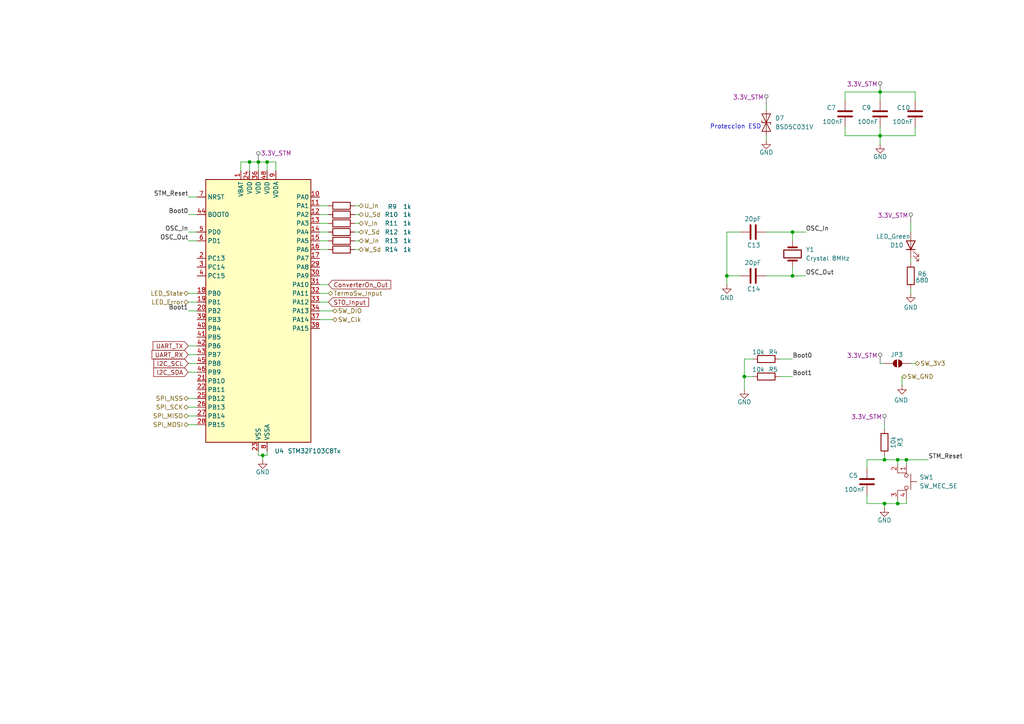
<source format=kicad_sch>
(kicad_sch (version 20250114) (generator "eeschema") (generator_version "9.0")
  (paper "A4")
  (lib_symbols
    (symbol "Device:C" (pin_numbers (hide yes)) (pin_names (offset 0.254))
      (property "Reference" "C" (at 0.635 2.54 0))
      (property "Value" "C" (at 0.635 -2.54 0))
      (symbol "C_0_1"
        (polyline (pts (xy -2.032 0.762) (xy 2.032 0.762)) (stroke (width 0.508)))
        (polyline (pts (xy -2.032 -0.762) (xy 2.032 -0.762)) (stroke (width 0.508)))
      )
      (symbol "C_1_1"
        (pin passive line (at 0 3.81 270) (length 2.794) (name "~") (number "1"))
        (pin passive line (at 0 -3.81 90) (length 2.794) (name "~") (number "2"))
      )
    )
    (symbol "Device:Crystal" (pin_numbers (hide yes)) (pin_names (offset 1.016) (hide yes))
      (property "Reference" "Y" (at 0 3.81 0))
      (property "Value" "Crystal" (at 0 -3.81 0))
      (symbol "Crystal_0_1"
        (polyline (pts (xy -2.54 0) (xy -1.905 0)))
        (polyline (pts (xy -1.905 -1.27) (xy -1.905 1.27)) (stroke (width 0.508)))
        (rectangle (start -1.143 2.54) (end 1.143 -2.54) (stroke (width 0.3048)))
        (polyline (pts (xy 1.905 -1.27) (xy 1.905 1.27)) (stroke (width 0.508)))
        (polyline (pts (xy 2.54 0) (xy 1.905 0)))
      )
      (symbol "Crystal_1_1"
        (pin passive line (at -3.81 0 0) (length 1.27) (name "1") (number "1"))
        (pin passive line (at 3.81 0 180) (length 1.27) (name "2") (number "2"))
      )
    )
    (symbol "Device:LED" (pin_numbers (hide yes)) (pin_names (offset 1.016) (hide yes))
      (property "Reference" "D" (at 0 2.54 0))
      (property "Value" "LED" (at 0 -2.54 0))
      (symbol "LED_0_1"
        (polyline (pts (xy -3.048 -0.762) (xy -4.572 -2.286) (xy -3.81 -2.286) (xy -4.572 -2.286) (xy -4.572 -1.524)))
        (polyline (pts (xy -1.778 -0.762) (xy -3.302 -2.286) (xy -2.54 -2.286) (xy -3.302 -2.286) (xy -3.302 -1.524)))
        (polyline (pts (xy -1.27 0) (xy 1.27 0)))
        (polyline (pts (xy -1.27 -1.27) (xy -1.27 1.27)) (stroke (width 0.254)))
        (polyline (pts (xy 1.27 -1.27) (xy 1.27 1.27) (xy -1.27 0) (xy 1.27 -1.27)) (stroke (width 0.254)))
      )
      (symbol "LED_1_1"
        (pin passive line (at -3.81 0 0) (length 2.54) (name "K") (number "1"))
        (pin passive line (at 3.81 0 180) (length 2.54) (name "A") (number "2"))
      )
    )
    (symbol "Device:R" (pin_numbers (hide yes)) (pin_names (offset 0))
      (property "Reference" "R" (at 2.032 0 90))
      (property "Value" "R" (at 0 0 90))
      (symbol "R_0_1"
        (rectangle (start -1.016 -2.54) (end 1.016 2.54) (stroke (width 0.254)))
      )
      (symbol "R_1_1"
        (pin passive line (at 0 3.81 270) (length 1.27) (name "~") (number "1"))
        (pin passive line (at 0 -3.81 90) (length 1.27) (name "~") (number "2"))
      )
    )
    (symbol "Diode:SZESD9B5.0ST5G" (pin_numbers (hide yes)) (pin_names (offset 1.016) (hide yes))
      (property "Reference" "D" (at 0 2.54 0))
      (property "Value" "SZESD9B5.0ST5G" (at 0 -2.54 0))
      (symbol "SZESD9B5.0ST5G_0_1"
        (polyline (pts (xy -2.54 -1.27) (xy 0 0) (xy -2.54 1.27) (xy -2.54 -1.27)) (stroke (width 0.2032)))
        (polyline (pts (xy 0.508 1.27) (xy 0 1.27) (xy 0 -1.27) (xy -0.508 -1.27)) (stroke (width 0.2032)))
        (polyline (pts (xy 1.27 0) (xy -1.27 0)))
        (polyline (pts (xy 2.54 1.27) (xy 2.54 -1.27) (xy 0 0) (xy 2.54 1.27)) (stroke (width 0.2032)))
      )
      (symbol "SZESD9B5.0ST5G_1_1"
        (pin passive line (at -3.81 0 0) (length 2.54) (name "A1") (number "1"))
        (pin passive line (at 3.81 0 180) (length 2.54) (name "A2") (number "2"))
      )
    )
    (symbol "Jumper:SolderJumper_2_Open" (pin_numbers (hide yes)) (pin_names (offset 0) (hide yes)) (in_bom no)
      (property "Reference" "JP" (at 0 2.032 0))
      (property "Value" "SolderJumper_2_Open" (at 0 -2.54 0))
      (symbol "SolderJumper_2_Open_0_1"
        (polyline (pts (xy -0.254 1.016) (xy -0.254 -1.016)))
        (arc (start -0.254 -1.016) (mid -1.2656 0) (end -0.254 1.016))
        (arc (start -0.254 -1.016) (mid -1.2656 0) (end -0.254 1.016) (fill (type outline)))
        (arc (start 0.254 1.016) (mid 1.2656 0) (end 0.254 -1.016))
        (arc (start 0.254 1.016) (mid 1.2656 0) (end 0.254 -1.016) (fill (type outline)))
        (polyline (pts (xy 0.254 1.016) (xy 0.254 -1.016)))
      )
      (symbol "SolderJumper_2_Open_1_1"
        (pin passive line (at -3.81 0 0) (length 2.54) (name "A") (number "1"))
        (pin passive line (at 3.81 0 180) (length 2.54) (name "B") (number "2"))
      )
    )
    (symbol "MCU_ST_STM32F1:STM32F103C8Tx"
      (property "Reference" "U" (at -15.24 39.37 0))
      (property "Value" "STM32F103C8Tx" (at 7.62 39.37 0))
      (symbol "STM32F103C8Tx_0_1"
        (rectangle (start -15.24 -38.1) (end 15.24 38.1) (stroke (width 0.254)) (fill (type background)))
      )
      (symbol "STM32F103C8Tx_1_1"
        (pin input line (at -17.78 33.02 0) (length 2.54) (name "NRST") (number "7"))
        (pin input line (at -17.78 27.94 0) (length 2.54) (name "BOOT0") (number "44"))
        (pin bidirectional line (at -17.78 22.86 0) (length 2.54) (name "PD0") (number "5"))
        (pin bidirectional line (at -17.78 20.32 0) (length 2.54) (name "PD1") (number "6"))
        (pin bidirectional line (at -17.78 15.24 0) (length 2.54) (name "PC13") (number "2"))
        (pin bidirectional line (at -17.78 12.7 0) (length 2.54) (name "PC14") (number "3"))
        (pin bidirectional line (at -17.78 10.16 0) (length 2.54) (name "PC15") (number "4"))
        (pin bidirectional line (at -17.78 5.08 0) (length 2.54) (name "PB0") (number "18"))
        (pin bidirectional line (at -17.78 2.54 0) (length 2.54) (name "PB1") (number "19"))
        (pin bidirectional line (at -17.78 0 0) (length 2.54) (name "PB2") (number "20"))
        (pin bidirectional line (at -17.78 -2.54 0) (length 2.54) (name "PB3") (number "39"))
        (pin bidirectional line (at -17.78 -5.08 0) (length 2.54) (name "PB4") (number "40"))
        (pin bidirectional line (at -17.78 -7.62 0) (length 2.54) (name "PB5") (number "41"))
        (pin bidirectional line (at -17.78 -10.16 0) (length 2.54) (name "PB6") (number "42"))
        (pin bidirectional line (at -17.78 -12.7 0) (length 2.54) (name "PB7") (number "43"))
        (pin bidirectional line (at -17.78 -15.24 0) (length 2.54) (name "PB8") (number "45"))
        (pin bidirectional line (at -17.78 -17.78 0) (length 2.54) (name "PB9") (number "46"))
        (pin bidirectional line (at -17.78 -20.32 0) (length 2.54) (name "PB10") (number "21"))
        (pin bidirectional line (at -17.78 -22.86 0) (length 2.54) (name "PB11") (number "22"))
        (pin bidirectional line (at -17.78 -25.4 0) (length 2.54) (name "PB12") (number "25"))
        (pin bidirectional line (at -17.78 -27.94 0) (length 2.54) (name "PB13") (number "26"))
        (pin bidirectional line (at -17.78 -30.48 0) (length 2.54) (name "PB14") (number "27"))
        (pin bidirectional line (at -17.78 -33.02 0) (length 2.54) (name "PB15") (number "28"))
        (pin power_in line (at -5.08 40.64 270) (length 2.54) (name "VBAT") (number "1"))
        (pin power_in line (at -2.54 40.64 270) (length 2.54) (name "VDD") (number "24"))
        (pin power_in line (at 0 40.64 270) (length 2.54) (name "VDD") (number "36"))
        (pin power_in line (at 0 -40.64 90) (length 2.54) (name "VSS") (number "23"))
        (pin passive line (at 0 -40.64 90) (length 2.54) (hide yes) (name "VSS") (number "35"))
        (pin passive line (at 0 -40.64 90) (length 2.54) (hide yes) (name "VSS") (number "47"))
        (pin power_in line (at 2.54 40.64 270) (length 2.54) (name "VDD") (number "48"))
        (pin power_in line (at 2.54 -40.64 90) (length 2.54) (name "VSSA") (number "8"))
        (pin power_in line (at 5.08 40.64 270) (length 2.54) (name "VDDA") (number "9"))
        (pin bidirectional line (at 17.78 33.02 180) (length 2.54) (name "PA0") (number "10"))
        (pin bidirectional line (at 17.78 30.48 180) (length 2.54) (name "PA1") (number "11"))
        (pin bidirectional line (at 17.78 27.94 180) (length 2.54) (name "PA2") (number "12"))
        (pin bidirectional line (at 17.78 25.4 180) (length 2.54) (name "PA3") (number "13"))
        (pin bidirectional line (at 17.78 22.86 180) (length 2.54) (name "PA4") (number "14"))
        (pin bidirectional line (at 17.78 20.32 180) (length 2.54) (name "PA5") (number "15"))
        (pin bidirectional line (at 17.78 17.78 180) (length 2.54) (name "PA6") (number "16"))
        (pin bidirectional line (at 17.78 15.24 180) (length 2.54) (name "PA7") (number "17"))
        (pin bidirectional line (at 17.78 12.7 180) (length 2.54) (name "PA8") (number "29"))
        (pin bidirectional line (at 17.78 10.16 180) (length 2.54) (name "PA9") (number "30"))
        (pin bidirectional line (at 17.78 7.62 180) (length 2.54) (name "PA10") (number "31"))
        (pin bidirectional line (at 17.78 5.08 180) (length 2.54) (name "PA11") (number "32"))
        (pin bidirectional line (at 17.78 2.54 180) (length 2.54) (name "PA12") (number "33"))
        (pin bidirectional line (at 17.78 0 180) (length 2.54) (name "PA13") (number "34"))
        (pin bidirectional line (at 17.78 -2.54 180) (length 2.54) (name "PA14") (number "37"))
        (pin bidirectional line (at 17.78 -5.08 180) (length 2.54) (name "PA15") (number "38"))
      )
    )
    (symbol "Switch:SW_MEC_5E" (pin_names (offset 1.016) (hide yes))
      (property "Reference" "SW" (at 0.635 5.715 0))
      (property "Value" "SW_MEC_5E" (at 0 -3.175 0))
      (symbol "SW_MEC_5E_0_1"
        (polyline (pts (xy -2.54 0) (xy -2.54 2.54) (xy -2.286 2.54)))
        (polyline (pts (xy -2.286 3.81) (xy 2.286 3.81)))
        (circle (center -1.778 2.54) (radius 0.508))
        (polyline (pts (xy 0 3.81) (xy 0 5.588)))
        (circle (center 1.778 2.54) (radius 0.508))
        (polyline (pts (xy 2.54 0) (xy 2.54 2.54) (xy 2.286 2.54)))
        (pin passive line (at -5.08 2.54 0) (length 2.54) (name "1") (number "1"))
        (pin passive line (at -5.08 0 0) (length 2.54) (name "2") (number "2"))
        (pin passive line (at 5.08 2.54 180) (length 2.54) (name "A") (number "4"))
        (pin passive line (at 5.08 0 180) (length 2.54) (name "K") (number "3"))
      )
    )
    (symbol "power:GND" (power) (pin_numbers (hide yes)) (pin_names (offset 0) (hide yes))
      (property "Value" "GND" (at 0 -3.81 0))
      (symbol "GND_0_1"
        (polyline (pts (xy 0 0) (xy 0 -1.27) (xy 1.27 -1.27) (xy 0 -2.54) (xy -1.27 -1.27) (xy 0 -1.27)))
      )
      (symbol "GND_1_1"
        (pin power_in line (at 0 0 270) (length 0) (name "~") (number "1"))
      )
    )
  )
  (text "Proteccion ESD" (at 213.36 36.83 0) (effects (font (size 1.27 1.27))))
  (junction (at 260.35 146.05))
  (junction (at 77.47 46.99))
  (junction (at 210.82 80.01))
  (junction (at 256.54 146.05))
  (junction (at 255.27 39.37))
  (junction (at 260.35 133.35))
  (junction (at 255.27 26.67))
  (junction (at 74.93 46.99))
  (junction (at 76.2 132.08))
  (junction (at 256.54 133.35))
  (junction (at 262.89 133.35))
  (junction (at 229.87 80.01))
  (junction (at 72.39 46.99))
  (junction (at 229.87 67.31))
  (junction (at 215.9 109.22))
  (wire (pts (xy 255.27 26.67) (xy 245.11 26.67)))
  (wire (pts (xy 262.89 133.35) (xy 269.24 133.35)))
  (wire (pts (xy 256.54 132.08) (xy 256.54 133.35)))
  (wire (pts (xy 255.27 39.37) (xy 255.27 36.83)))
  (wire (pts (xy 95.25 67.31) (xy 92.71 67.31)))
  (wire (pts (xy 229.87 67.31) (xy 229.87 69.85)))
  (wire (pts (xy 104.14 69.85) (xy 102.87 69.85)))
  (wire (pts (xy 104.14 67.31) (xy 102.87 67.31)))
  (wire (pts (xy 255.27 29.21) (xy 255.27 26.67)))
  (wire (pts (xy 69.85 46.99) (xy 72.39 46.99)))
  (wire (pts (xy 74.93 132.08) (xy 76.2 132.08)))
  (wire (pts (xy 96.52 92.71) (xy 92.71 92.71)))
  (wire (pts (xy 256.54 133.35) (xy 260.35 133.35)))
  (wire (pts (xy 229.87 67.31) (xy 233.68 67.31)))
  (wire (pts (xy 54.61 62.23) (xy 57.15 62.23)))
  (wire (pts (xy 256.54 123.19) (xy 256.54 124.46)))
  (wire (pts (xy 245.11 39.37) (xy 255.27 39.37)))
  (wire (pts (xy 95.25 64.77) (xy 92.71 64.77)))
  (wire (pts (xy 74.93 130.81) (xy 74.93 132.08)))
  (wire (pts (xy 80.01 46.99) (xy 77.47 46.99)))
  (wire (pts (xy 54.61 67.31) (xy 57.15 67.31)))
  (wire (pts (xy 95.25 85.09) (xy 92.71 85.09)))
  (wire (pts (xy 72.39 46.99) (xy 74.93 46.99)))
  (wire (pts (xy 264.16 74.93) (xy 264.16 76.2)))
  (wire (pts (xy 95.25 72.39) (xy 92.71 72.39)))
  (wire (pts (xy 77.47 132.08) (xy 76.2 132.08)))
  (wire (pts (xy 222.25 80.01) (xy 229.87 80.01)))
  (wire (pts (xy 260.35 146.05) (xy 262.89 146.05)))
  (wire (pts (xy 265.43 29.21) (xy 265.43 26.67)))
  (wire (pts (xy 104.14 59.69) (xy 102.87 59.69)))
  (wire (pts (xy 95.25 87.63) (xy 92.71 87.63)))
  (wire (pts (xy 54.61 69.85) (xy 57.15 69.85)))
  (wire (pts (xy 54.61 85.09) (xy 57.15 85.09)))
  (wire (pts (xy 54.61 115.57) (xy 57.15 115.57)))
  (wire (pts (xy 54.61 90.17) (xy 57.15 90.17)))
  (wire (pts (xy 251.46 146.05) (xy 256.54 146.05)))
  (wire (pts (xy 215.9 109.22) (xy 218.44 109.22)))
  (wire (pts (xy 218.44 104.14) (xy 215.9 104.14)))
  (wire (pts (xy 256.54 147.32) (xy 256.54 146.05)))
  (wire (pts (xy 264.16 64.77) (xy 264.16 67.31)))
  (wire (pts (xy 226.06 109.22) (xy 229.87 109.22)))
  (wire (pts (xy 210.82 80.01) (xy 210.82 67.31)))
  (wire (pts (xy 95.25 62.23) (xy 92.71 62.23)))
  (wire (pts (xy 210.82 67.31) (xy 214.63 67.31)))
  (wire (pts (xy 262.89 144.78) (xy 262.89 146.05)))
  (wire (pts (xy 210.82 82.55) (xy 210.82 80.01)))
  (wire (pts (xy 72.39 49.53) (xy 72.39 46.99)))
  (wire (pts (xy 76.2 132.08) (xy 76.2 133.35)))
  (wire (pts (xy 260.35 144.78) (xy 260.35 146.05)))
  (wire (pts (xy 96.52 90.17) (xy 92.71 90.17)))
  (wire (pts (xy 77.47 46.99) (xy 77.47 49.53)))
  (wire (pts (xy 54.61 100.33) (xy 57.15 100.33)))
  (wire (pts (xy 54.61 118.11) (xy 57.15 118.11)))
  (wire (pts (xy 264.16 105.41) (xy 265.43 105.41)))
  (wire (pts (xy 265.43 26.67) (xy 255.27 26.67)))
  (wire (pts (xy 229.87 80.01) (xy 233.68 80.01)))
  (wire (pts (xy 95.25 82.55) (xy 92.71 82.55)))
  (wire (pts (xy 54.61 102.87) (xy 57.15 102.87)))
  (wire (pts (xy 264.16 83.82) (xy 264.16 85.09)))
  (wire (pts (xy 265.43 36.83) (xy 265.43 39.37)))
  (wire (pts (xy 229.87 77.47) (xy 229.87 80.01)))
  (wire (pts (xy 210.82 80.01) (xy 214.63 80.01)))
  (wire (pts (xy 69.85 46.99) (xy 69.85 49.53)))
  (wire (pts (xy 104.14 64.77) (xy 102.87 64.77)))
  (wire (pts (xy 54.61 105.41) (xy 57.15 105.41)))
  (wire (pts (xy 262.89 133.35) (xy 262.89 134.62)))
  (wire (pts (xy 222.25 67.31) (xy 229.87 67.31)))
  (wire (pts (xy 226.06 104.14) (xy 229.87 104.14)))
  (wire (pts (xy 265.43 39.37) (xy 255.27 39.37)))
  (wire (pts (xy 255.27 105.41) (xy 256.54 105.41)))
  (wire (pts (xy 54.61 120.65) (xy 57.15 120.65)))
  (wire (pts (xy 74.93 46.99) (xy 77.47 46.99)))
  (wire (pts (xy 104.14 62.23) (xy 102.87 62.23)))
  (wire (pts (xy 77.47 130.81) (xy 77.47 132.08)))
  (wire (pts (xy 260.35 133.35) (xy 262.89 133.35)))
  (wire (pts (xy 102.87 72.39) (xy 104.14 72.39)))
  (wire (pts (xy 260.35 133.35) (xy 260.35 134.62)))
  (wire (pts (xy 245.11 26.67) (xy 245.11 29.21)))
  (wire (pts (xy 256.54 146.05) (xy 260.35 146.05)))
  (wire (pts (xy 251.46 133.35) (xy 251.46 135.89)))
  (wire (pts (xy 54.61 57.15) (xy 57.15 57.15)))
  (wire (pts (xy 215.9 109.22) (xy 215.9 113.03)))
  (wire (pts (xy 222.25 30.48) (xy 222.25 31.75)))
  (wire (pts (xy 54.61 107.95) (xy 57.15 107.95)))
  (wire (pts (xy 222.25 39.37) (xy 222.25 40.64)))
  (wire (pts (xy 215.9 104.14) (xy 215.9 109.22)))
  (wire (pts (xy 261.62 109.22) (xy 261.62 111.76)))
  (wire (pts (xy 245.11 36.83) (xy 245.11 39.37)))
  (wire (pts (xy 74.93 46.99) (xy 74.93 49.53)))
  (wire (pts (xy 80.01 49.53) (xy 80.01 46.99)))
  (wire (pts (xy 54.61 87.63) (xy 57.15 87.63)))
  (wire (pts (xy 251.46 146.05) (xy 251.46 143.51)))
  (wire (pts (xy 95.25 69.85) (xy 92.71 69.85)))
  (wire (pts (xy 255.27 41.91) (xy 255.27 39.37)))
  (wire (pts (xy 251.46 133.35) (xy 256.54 133.35)))
  (wire (pts (xy 54.61 123.19) (xy 57.15 123.19)))
  (wire (pts (xy 92.71 59.69) (xy 95.25 59.69)))
  (label "OSC_Out" (at 233.68 80.01 0))
  (label "Boot1" (at 229.87 109.22 0))
  (label "OSC_In" (at 54.61 67.31 180))
  (label "Boot0" (at 229.87 104.14 0))
  (label "OSC_Out" (at 54.61 69.85 180))
  (label "OSC_In" (at 233.68 67.31 0))
  (label "Boot1" (at 54.61 90.17 180))
  (label "STM_Reset" (at 54.61 57.15 180))
  (label "STM_Reset" (at 269.24 133.35 0))
  (label "Boot0" (at 54.61 62.23 180))
  (global_label "STO_Input" (shape input) (at 95.25 87.63 0) (property "Intersheetrefs" "${INTERSHEET_REFS}" (effects (hide yes))))
  (global_label "UART_TX" (shape input) (at 54.61 100.33 180) (property "Intersheetrefs" "${INTERSHEET_REFS}" (effects (hide yes))))
  (global_label "ConverterOn_Out" (shape input) (at 95.25 82.55 0) (property "Intersheetrefs" "${INTERSHEET_REFS}" (effects (hide yes))))
  (global_label "I2C_SDA" (shape input) (at 54.61 107.95 180) (property "Intersheetrefs" "${INTERSHEET_REFS}" (effects (hide yes))))
  (global_label "UART_RX" (shape input) (at 54.61 102.87 180) (property "Intersheetrefs" "${INTERSHEET_REFS}" (effects (hide yes))))
  (global_label "I2C_SCL" (shape input) (at 54.61 105.41 180) (property "Intersheetrefs" "${INTERSHEET_REFS}" (effects (hide yes))))
  (hierarchical_label "SW_Clk" (shape bidirectional) (at 96.52 92.71 0))
  (hierarchical_label "W_Sd" (shape bidirectional) (at 104.14 72.39 0))
  (hierarchical_label "LED_State" (shape bidirectional) (at 54.61 85.09 180))
  (hierarchical_label "SPI_NSS" (shape bidirectional) (at 54.61 115.57 180))
  (hierarchical_label "V_In" (shape bidirectional) (at 104.14 64.77 0))
  (hierarchical_label "LED_Error" (shape bidirectional) (at 54.61 87.63 180))
  (hierarchical_label "SW_GND" (shape bidirectional) (at 261.62 109.22 0))
  (hierarchical_label "SW_DIO" (shape bidirectional) (at 96.52 90.17 0))
  (hierarchical_label "V_Sd" (shape bidirectional) (at 104.14 67.31 0))
  (hierarchical_label "SPI_MOSI" (shape bidirectional) (at 54.61 123.19 180))
  (hierarchical_label "TermoSw_Input" (shape bidirectional) (at 95.25 85.09 0))
  (hierarchical_label "SPI_MISO" (shape bidirectional) (at 54.61 120.65 180))
  (hierarchical_label "SPI_SCK" (shape bidirectional) (at 54.61 118.11 180))
  (hierarchical_label "W_In" (shape bidirectional) (at 104.14 69.85 0))
  (hierarchical_label "U_Sd" (shape bidirectional) (at 104.14 62.23 0))
  (hierarchical_label "SW_3V3" (shape bidirectional) (at 265.43 105.41 0))
  (hierarchical_label "U_In" (shape bidirectional) (at 104.14 59.69 0))
  (netclass_flag "" (length 2.54) (shape round) (at 256.54 123.19 0) (property "Netclass" "3.3V_STM" (at 246.888 120.904 0) (effects (justify left))))
  (netclass_flag "" (length 2.54) (shape round) (at 255.27 26.67 0) (property "Netclass" "3.3V_STM" (at 245.618 24.384 0) (effects (justify left))))
  (netclass_flag "" (length 2.54) (shape round) (at 222.25 30.48 0) (property "Netclass" "3.3V_STM" (at 212.598 28.194 0) (effects (justify left))))
  (netclass_flag "" (length 2.54) (shape round) (at 255.27 105.41 0) (property "Netclass" "3.3V_STM" (at 245.618 103.124 0) (effects (justify left))))
  (netclass_flag "" (length 2.54) (shape round) (at 264.16 64.77 0) (property "Netclass" "3.3V_STM" (at 254.508 62.484 0) (effects (justify left))))
  (netclass_flag "" (length 2.54) (shape round) (at 74.93 46.99 0) (property "Netclass" "3.3V_STM" (at 75.6285 44.45 0) (effects (justify left))))
  (symbol (lib_id "power:GND") (at 264.16 85.09 0) (unit 1)
    (property "Reference" "#PWR028" (effects (hide yes)))
    (property "Value" "GND" (at 264.16 89.154 0))
    (property "Description" "Power symbol creates a global label with name \"GND\" , ground" (effects (hide yes)))
  )
  (symbol (lib_id "power:GND") (at 261.62 111.76 0) (unit 1)
    (property "Reference" "#PWR024" (effects (hide yes)))
    (property "Value" "GND" (at 261.366 116.078 0))
    (property "Description" "Power symbol creates a global label with name \"GND\" , ground" (effects (hide yes)))
  )
  (symbol (lib_id "Device:R") (at 99.06 64.77 90) (unit 1)
    (property "Reference" "R11" (at 113.538 64.77 90))
    (property "Value" "1k" (at 118.11 64.77 90))
    (property "Footprint" "Resistor_SMD:R_0603_1608Metric_Pad0.98x0.95mm_HandSolder" (effects (hide yes)))
    (property "Description" "Resistor" (effects (hide yes)))
  )
  (symbol (lib_id "Device:R") (at 256.54 128.27 0) (unit 1)
    (property "Reference" "R3" (at 261.112 128.27 90))
    (property "Value" "10k" (at 259.08 128.27 90))
    (property "Footprint" "Resistor_SMD:R_0603_1608Metric_Pad0.98x0.95mm_HandSolder" (effects (hide yes)))
    (property "Description" "Resistor" (effects (hide yes)))
  )
  (symbol (lib_id "power:GND") (at 256.54 147.32 0) (unit 1)
    (property "Reference" "#PWR018" (effects (hide yes)))
    (property "Value" "GND" (at 256.54 150.876 0))
    (property "Description" "Power symbol creates a global label with name \"GND\" , ground" (effects (hide yes)))
  )
  (symbol (lib_id "power:GND") (at 222.25 40.64 0) (unit 1)
    (property "Reference" "#PWR017" (effects (hide yes)))
    (property "Value" "GND" (at 222.25 44.196 0))
    (property "Description" "Power symbol creates a global label with name \"GND\" , ground" (effects (hide yes)))
  )
  (symbol (lib_id "Device:C") (at 218.44 80.01 270) (unit 1)
    (property "Reference" "C14" (at 216.662 83.82 90) (effects (justify left)))
    (property "Value" "20pF" (at 215.9 76.2 90) (effects (justify left)))
    (property "Footprint" "Capacitor_SMD:C_0603_1608Metric_Pad1.08x0.95mm_HandSolder" (effects (hide yes)))
    (property "Description" "Unpolarized capacitor" (effects (hide yes)))
  )
  (symbol (lib_id "power:GND") (at 76.2 133.35 0) (unit 1)
    (property "Reference" "#PWR023" (effects (hide yes)))
    (property "Value" "GND" (at 76.2 136.906 0))
    (property "Description" "Power symbol creates a global label with name \"GND\" , ground" (effects (hide yes)))
  )
  (symbol (lib_id "Device:R") (at 264.16 80.01 0) (unit 1)
    (property "Reference" "R6" (at 267.462 79.502 0))
    (property "Value" "680" (at 267.462 81.28 0))
    (property "Footprint" "Resistor_SMD:R_0603_1608Metric_Pad0.98x0.95mm_HandSolder" (effects (hide yes)))
    (property "Description" "Resistor" (effects (hide yes)))
  )
  (symbol (lib_id "Device:R") (at 222.25 109.22 90) (unit 1)
    (property "Reference" "R5" (at 224.282 107.188 90))
    (property "Value" "10k" (at 219.964 107.188 90))
    (property "Footprint" "Resistor_SMD:R_0603_1608Metric_Pad0.98x0.95mm_HandSolder" (effects (hide yes)))
    (property "Description" "Resistor" (effects (hide yes)))
  )
  (symbol (lib_id "MCU_ST_STM32F1:STM32F103C8Tx") (at 74.93 90.17 0) (unit 1)
    (property "Reference" "U4" (at 79.6133 130.81 0) (effects (justify left)))
    (property "Value" "STM32F103C8Tx" (at 83.4233 130.81 0) (effects (justify left)))
    (property "Footprint" "Package_QFP:LQFP-48_7x7mm_P0.5mm" (effects (hide yes)))
    (property "Datasheet" "https://www.st.com/resource/en/datasheet/stm32f103c8.pdf" (effects (hide yes)))
    (property "Description" "STMicroelectronics Arm Cortex-M3 MCU, 64KB flash, 20KB RAM, 72 MHz, 2.0-3.6V, 37 GPIO, LQFP48" (effects (hide yes)))
  )
  (symbol (lib_id "Device:R") (at 99.06 67.31 90) (unit 1)
    (property "Reference" "R12" (at 113.538 67.31 90))
    (property "Value" "1k" (at 118.11 67.31 90))
    (property "Footprint" "Resistor_SMD:R_0603_1608Metric_Pad0.98x0.95mm_HandSolder" (effects (hide yes)))
    (property "Description" "Resistor" (effects (hide yes)))
  )
  (symbol (lib_id "Device:R") (at 99.06 69.85 90) (unit 1)
    (property "Reference" "R13" (at 113.538 69.85 90))
    (property "Value" "1k" (at 118.11 69.85 90))
    (property "Footprint" "Resistor_SMD:R_0603_1608Metric_Pad0.98x0.95mm_HandSolder" (effects (hide yes)))
    (property "Description" "Resistor" (effects (hide yes)))
  )
  (symbol (lib_id "Device:C") (at 245.11 33.02 0) (unit 1)
    (property "Reference" "C7" (at 239.776 31.242 0) (effects (justify left)))
    (property "Value" "100nF" (at 238.506 35.306 0) (effects (justify left)))
    (property "Footprint" "Capacitor_SMD:C_0603_1608Metric_Pad1.08x0.95mm_HandSolder" (effects (hide yes)))
    (property "Description" "Unpolarized capacitor" (effects (hide yes)))
  )
  (symbol (lib_id "Device:C") (at 251.46 139.7 0) (unit 1)
    (property "Reference" "C5" (at 246.126 137.922 0) (effects (justify left)))
    (property "Value" "100nF" (at 244.856 141.986 0) (effects (justify left)))
    (property "Footprint" "Capacitor_SMD:C_0603_1608Metric_Pad1.08x0.95mm_HandSolder" (effects (hide yes)))
    (property "Description" "Unpolarized capacitor" (effects (hide yes)))
  )
  (symbol (lib_id "Device:C") (at 255.27 33.02 0) (unit 1)
    (property "Reference" "C9" (at 249.936 31.242 0) (effects (justify left)))
    (property "Value" "100nF" (at 248.666 35.306 0) (effects (justify left)))
    (property "Footprint" "Capacitor_SMD:C_0603_1608Metric_Pad1.08x0.95mm_HandSolder" (effects (hide yes)))
    (property "Description" "Unpolarized capacitor" (effects (hide yes)))
  )
  (symbol (lib_id "power:GND") (at 215.9 113.03 0) (unit 1)
    (property "Reference" "#PWR020" (effects (hide yes)))
    (property "Value" "GND" (at 215.9 116.586 0))
    (property "Description" "Power symbol creates a global label with name \"GND\" , ground" (effects (hide yes)))
  )
  (symbol (lib_id "Device:R") (at 222.25 104.14 90) (unit 1)
    (property "Reference" "R4" (at 224.282 102.108 90))
    (property "Value" "10k" (at 219.964 102.108 90))
    (property "Footprint" "Resistor_SMD:R_0603_1608Metric_Pad0.98x0.95mm_HandSolder" (effects (hide yes)))
    (property "Description" "Resistor" (effects (hide yes)))
  )
  (symbol (lib_id "Switch:SW_MEC_5E") (at 260.35 139.7 270) (unit 1)
    (property "Reference" "SW1" (at 266.7 138.4299 90) (effects (justify left)))
    (property "Value" "SW_MEC_5E" (at 266.7 140.9699 90) (effects (justify left)))
    (property "Footprint" "TatilSwitch:Vertical SPST SMD Tactile Switches" (effects (hide yes)))
    (property "Datasheet" "http://www.apem.com/int/index.php?controller=attachment&id_attachment=1371" (effects (hide yes)))
    (property "Description" "MEC 5E single pole normally-open tactile switch" (effects (hide yes)))
  )
  (symbol (lib_id "Device:R") (at 99.06 62.23 90) (unit 1)
    (property "Reference" "R10" (at 113.538 62.23 90))
    (property "Value" "1k" (at 118.11 62.23 90))
    (property "Footprint" "Resistor_SMD:R_0603_1608Metric_Pad0.98x0.95mm_HandSolder" (effects (hide yes)))
    (property "Description" "Resistor" (effects (hide yes)))
  )
  (symbol (lib_id "power:GND") (at 210.82 82.55 0) (unit 1)
    (property "Reference" "#PWR022" (effects (hide yes)))
    (property "Value" "GND" (at 210.82 86.36 0))
    (property "Description" "Power symbol creates a global label with name \"GND\" , ground" (effects (hide yes)))
  )
  (symbol (lib_id "Device:C") (at 218.44 67.31 270) (unit 1)
    (property "Reference" "C13" (at 216.662 71.12 90) (effects (justify left)))
    (property "Value" "20pF" (at 215.9 63.5 90) (effects (justify left)))
    (property "Footprint" "Capacitor_SMD:C_0603_1608Metric_Pad1.08x0.95mm_HandSolder" (effects (hide yes)))
    (property "Description" "Unpolarized capacitor" (effects (hide yes)))
  )
  (symbol (lib_id "Device:R") (at 99.06 72.39 90) (unit 1)
    (property "Reference" "R14" (at 113.538 72.39 90))
    (property "Value" "1k" (at 118.11 72.39 90))
    (property "Footprint" "Resistor_SMD:R_0603_1608Metric_Pad0.98x0.95mm_HandSolder" (effects (hide yes)))
    (property "Description" "Resistor" (effects (hide yes)))
  )
  (symbol (lib_id "Device:Crystal") (at 229.87 73.66 90) (unit 1)
    (property "Reference" "Y1" (at 233.68 72.3899 90) (effects (justify right)))
    (property "Value" "Crystal 8MHz" (at 233.68 74.9299 90) (effects (justify right)))
    (property "Footprint" "Crystal:Crystal_SMD_HC49-SD" (effects (hide yes)))
    (property "Description" "Two pin crystal" (effects (hide yes)))
  )
  (symbol (lib_id "power:GND") (at 255.27 41.91 0) (unit 1)
    (property "Reference" "#PWR019" (effects (hide yes)))
    (property "Value" "GND" (at 255.27 45.466 0))
    (property "Description" "Power symbol creates a global label with name \"GND\" , ground" (effects (hide yes)))
  )
  (symbol (lib_id "Device:R") (at 99.06 59.69 90) (unit 1)
    (property "Reference" "R9" (at 113.792 59.944 90))
    (property "Value" "1k" (at 118.11 59.944 90))
    (property "Footprint" "Resistor_SMD:R_0603_1608Metric_Pad0.98x0.95mm_HandSolder" (effects (hide yes)))
    (property "Description" "Resistor" (effects (hide yes)))
  )
  (symbol (lib_id "Device:LED") (at 264.16 71.12 90) (unit 1)
    (property "Reference" "D10" (at 260.096 71.12 90))
    (property "Value" "LED_Green" (at 259.08 68.58 90))
    (property "Footprint" "LED_SMD:LED_0603_1608Metric_Pad1.05x0.95mm_HandSolder" (effects (hide yes)))
    (property "Description" "Light emitting diode" (effects (hide yes)))
    (property "Sim.Pins" "1=K 2=A" (effects (hide yes)))
  )
  (symbol (lib_id "Jumper:SolderJumper_2_Open") (at 260.35 105.41 0) (unit 1) (in_bom no)
    (property "Reference" "JP3" (at 260.096 102.87 0))
    (property "Value" "SolderJumper_2_Open" (effects (hide yes)))
    (property "Footprint" "Jumper:SolderJumper-2_P1.3mm_Open_RoundedPad1.0x1.5mm" (effects (hide yes)))
    (property "Description" "Solder Jumper, 2-pole, open" (effects (hide yes)))
  )
  (symbol (lib_id "Device:C") (at 265.43 33.02 0) (unit 1)
    (property "Reference" "C10" (at 260.096 31.242 0) (effects (justify left)))
    (property "Value" "100nF" (at 258.826 35.306 0) (effects (justify left)))
    (property "Footprint" "Capacitor_SMD:C_0603_1608Metric_Pad1.08x0.95mm_HandSolder" (effects (hide yes)))
    (property "Description" "Unpolarized capacitor" (effects (hide yes)))
  )
  (symbol (lib_id "Diode:SZESD9B5.0ST5G") (at 222.25 35.56 90) (unit 1)
    (property "Reference" "D7" (at 224.79 34.2899 90) (effects (justify right)))
    (property "Value" "BSD5C031V" (at 224.79 36.8299 90) (effects (justify right)))
    (property "Footprint" "Diode_SMD:D_SOD-523" (effects (hide yes)))
    (property "Datasheet" "https://www.onsemi.com/pub/Collateral/ESD9B-D.PDF" (effects (hide yes)))
    (property "Description" "ESD protection diode, 5.0Vrwm, SOD-923" (effects (hide yes)))
  )
)
</source>
